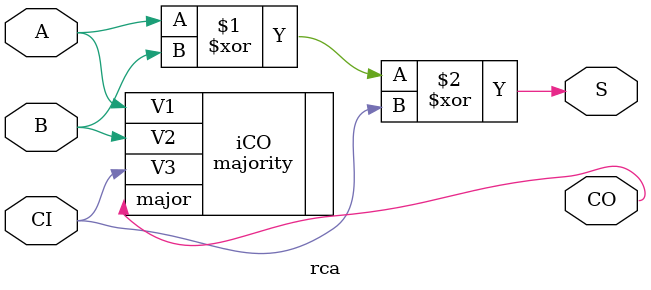
<source format=v>

module rca(input wire A,
        input wire B,
        input wire CI,
        output wire S,
        output wire CO);

    	xor iSUM (S, A, B, CI);
	majority iCO(.V1(A), .V2(B), .V3(CI), .major(CO));
endmodule

</source>
